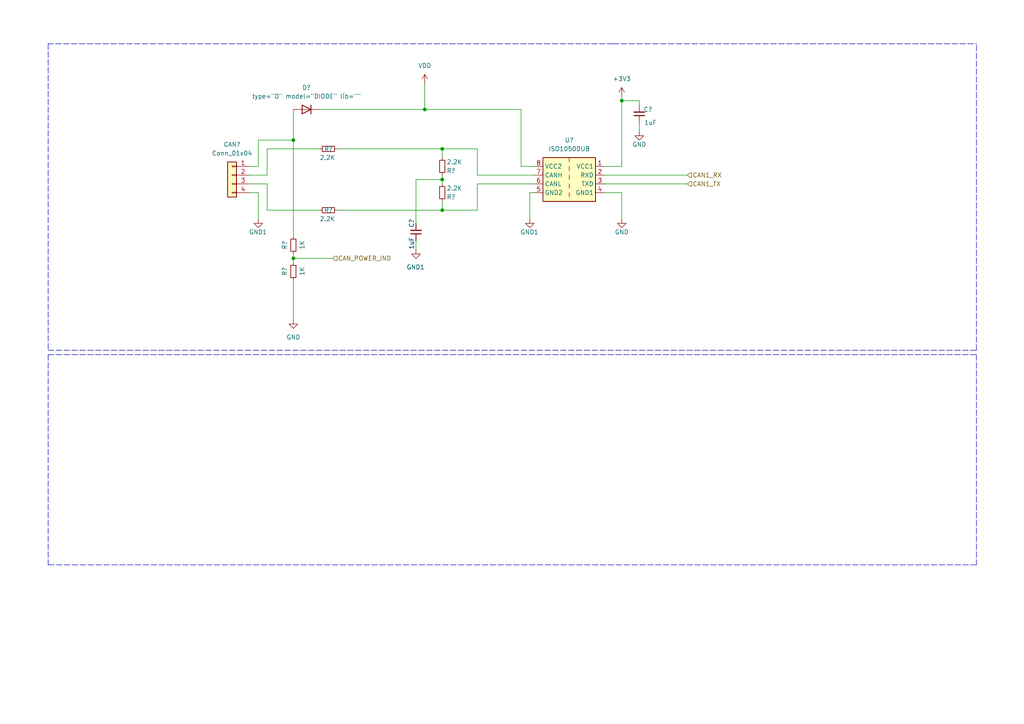
<source format=kicad_sch>
(kicad_sch (version 20211123) (generator eeschema)
  (paper "A4")
  (lib_symbols
    (symbol "Connector_Generic:Conn_01x04" (pin_names (offset 1.016) hide)
      (property "Reference" "J" (at 0 5.08 0))
      (property "Value" "Conn_01x04" (at 0 -7.62 0))
      (symbol "Conn_01x04_1_1"
        (rectangle (start -1.27 -4.953) (end 0 -5.207) (stroke (width 0.1524)))
        (rectangle (start -1.27 -2.413) (end 0 -2.667) (stroke (width 0.1524)))
        (rectangle (start -1.27 0.127) (end 0 -0.127) (stroke (width 0.1524)))
        (rectangle (start -1.27 2.667) (end 0 2.413) (stroke (width 0.1524)))
        (rectangle (start -1.27 3.81) (end 1.27 -6.35) (stroke (width 0.254)) (fill (type background)))
        (pin passive line (at -5.08 2.54 0) (length 3.81) (name "Pin_1") (number "1"))
        (pin passive line (at -5.08 0 0) (length 3.81) (name "Pin_2") (number "2"))
        (pin passive line (at -5.08 -2.54 0) (length 3.81) (name "Pin_3") (number "3"))
        (pin passive line (at -5.08 -5.08 0) (length 3.81) (name "Pin_4") (number "4"))
      )
    )
    (symbol "Device:C_Small" (pin_numbers hide) (pin_names (offset 0.254) hide)
      (property "Reference" "C" (at 0.254 1.778 0))
      (property "Value" "C_Small" (at 0.254 -2.032 0))
      (symbol "C_Small_0_1"
        (polyline (pts (xy -1.524 -0.508) (xy 1.524 -0.508)) (stroke (width 0.3302)))
        (polyline (pts (xy -1.524 0.508) (xy 1.524 0.508)) (stroke (width 0.3048)))
      )
      (symbol "C_Small_1_1"
        (pin passive line (at 0 2.54 270) (length 2.032) (name "~") (number "1"))
        (pin passive line (at 0 -2.54 90) (length 2.032) (name "~") (number "2"))
      )
    )
    (symbol "Device:R_Small" (pin_numbers hide) (pin_names (offset 0.254) hide)
      (property "Reference" "R" (at 0.762 0.508 0))
      (property "Value" "R_Small" (at 0.762 -1.016 0))
      (symbol "R_Small_0_1"
        (rectangle (start -0.762 1.778) (end 0.762 -1.778) (stroke (width 0.2032)))
      )
      (symbol "R_Small_1_1"
        (pin passive line (at 0 2.54 270) (length 0.762) (name "~") (number "1"))
        (pin passive line (at 0 -2.54 90) (length 0.762) (name "~") (number "2"))
      )
    )
    (symbol "Interface_CAN_LIN:ISO1050DUB"
      (property "Reference" "U" (at -6.35 6.35 0))
      (property "Value" "ISO1050DUB" (at 2.54 6.35 0))
      (symbol "ISO1050DUB_0_1"
        (rectangle (start -7.62 5.08) (end 7.62 -7.62) (stroke (width 0.254)) (fill (type background)))
        (polyline (pts (xy 0 -5.08) (xy 0 -6.35)))
        (polyline (pts (xy 0 -2.54) (xy 0 -3.81)))
        (polyline (pts (xy 0 0) (xy 0 -1.27)))
        (polyline (pts (xy 0 2.54) (xy 0 1.27)))
        (polyline (pts (xy 0 5.08) (xy 0 3.81)))
      )
      (symbol "ISO1050DUB_1_1"
        (pin power_in line (at -10.16 2.54 0) (length 2.54) (name "VCC1") (number "1"))
        (pin output line (at -10.16 0 0) (length 2.54) (name "RXD") (number "2"))
        (pin input line (at -10.16 -2.54 0) (length 2.54) (name "TXD") (number "3"))
        (pin power_in line (at -10.16 -5.08 0) (length 2.54) (name "GND1") (number "4"))
        (pin power_in line (at 10.16 -5.08 180) (length 2.54) (name "GND2") (number "5"))
        (pin bidirectional line (at 10.16 -2.54 180) (length 2.54) (name "CANL") (number "6"))
        (pin bidirectional line (at 10.16 0 180) (length 2.54) (name "CANH") (number "7"))
        (pin power_in line (at 10.16 2.54 180) (length 2.54) (name "VCC2") (number "8"))
      )
    )
    (symbol "Simulation_SPICE:DIODE" (pin_numbers hide) (pin_names (offset 1.016) hide)
      (property "Reference" "D" (at 0 2.54 0))
      (property "Value" "DIODE" (at 0 -2.54 0))
      (symbol "DIODE_0_1"
        (polyline (pts (xy 1.27 0) (xy -1.27 0)))
        (polyline (pts (xy 1.27 1.27) (xy 1.27 -1.27)) (stroke (width 0.254)))
        (polyline (pts (xy -1.27 -1.27) (xy -1.27 1.27) (xy 1.27 0) (xy -1.27 -1.27)) (stroke (width 0.254)))
      )
      (symbol "DIODE_1_1"
        (pin passive line (at -3.81 0 0) (length 2.54) (name "A") (number "1"))
        (pin passive line (at 3.81 0 180) (length 2.54) (name "K") (number "2"))
      )
    )
    (symbol "power:+3V3" (power) (pin_names (offset 0))
      (property "Value" "+3V3" (at 0 3.556 0))
      (symbol "+3V3_0_1"
        (polyline (pts (xy -0.762 1.27) (xy 0 2.54)))
        (polyline (pts (xy 0 0) (xy 0 2.54)))
        (polyline (pts (xy 0 2.54) (xy 0.762 1.27)))
      )
      (symbol "+3V3_1_1"
        (pin power_in line (at 0 0 90) (length 0) hide (name "+3V3") (number "1"))
      )
    )
    (symbol "power:GND" (power) (pin_names (offset 0))
      (property "Value" "GND" (at 0 -3.81 0))
      (symbol "GND_0_1"
        (polyline (pts (xy 0 0) (xy 0 -1.27) (xy 1.27 -1.27) (xy 0 -2.54) (xy -1.27 -1.27) (xy 0 -1.27)))
      )
      (symbol "GND_1_1"
        (pin power_in line (at 0 0 270) (length 0) hide (name "GND") (number "1"))
      )
    )
    (symbol "power:GND1" (power) (pin_names (offset 0))
      (property "Value" "GND1" (at 0 -3.81 0))
      (symbol "GND1_0_1"
        (polyline (pts (xy 0 0) (xy 0 -1.27) (xy 1.27 -1.27) (xy 0 -2.54) (xy -1.27 -1.27) (xy 0 -1.27)))
      )
      (symbol "GND1_1_1"
        (pin power_in line (at 0 0 270) (length 0) hide (name "GND1") (number "1"))
      )
    )
    (symbol "power:VDD" (power) (pin_names (offset 0))
      (property "Value" "VDD" (at 0 3.81 0))
      (symbol "VDD_0_1"
        (polyline (pts (xy -0.762 1.27) (xy 0 2.54)))
        (polyline (pts (xy 0 0) (xy 0 2.54)))
        (polyline (pts (xy 0 2.54) (xy 0.762 1.27)))
      )
      (symbol "VDD_1_1"
        (pin power_in line (at 0 0 90) (length 0) hide (name "VDD") (number "1"))
      )
    )
  )
  (junction (at 85.09 40.64))
  (junction (at 123.19 31.75))
  (junction (at 128.27 52.07))
  (junction (at 128.27 43.18))
  (junction (at 85.09 74.93))
  (junction (at 128.27 60.96))
  (junction (at 180.34 29.21))
  (wire (pts (xy 154.94 48.26) (xy 151.13 48.26)))
  (wire (pts (xy 72.39 55.88) (xy 74.93 55.88)))
  (wire (pts (xy 120.65 72.39) (xy 120.65 69.85)))
  (wire (pts (xy 85.09 81.28) (xy 85.09 92.71)))
  (wire (pts (xy 185.42 35.56) (xy 185.42 38.1)))
  (wire (pts (xy 128.27 60.96) (xy 97.79 60.96)))
  (wire (pts (xy 77.47 50.8) (xy 72.39 50.8)))
  (wire (pts (xy 74.93 40.64) (xy 74.93 48.26)))
  (polyline (pts (xy 13.97 101.6) (xy 283.21 101.6)))
  (wire (pts (xy 175.26 53.34) (xy 199.39 53.34)))
  (wire (pts (xy 138.43 43.18) (xy 128.27 43.18)))
  (wire (pts (xy 123.19 31.75) (xy 151.13 31.75)))
  (wire (pts (xy 77.47 43.18) (xy 77.47 50.8)))
  (wire (pts (xy 74.93 55.88) (xy 74.93 63.5)))
  (wire (pts (xy 74.93 40.64) (xy 85.09 40.64)))
  (polyline (pts (xy 177.8 12.7) (xy 283.21 12.7)))
  (wire (pts (xy 128.27 50.8) (xy 128.27 52.07)))
  (wire (pts (xy 138.43 50.8) (xy 138.43 43.18)))
  (wire (pts (xy 153.67 63.5) (xy 153.67 55.88)))
  (wire (pts (xy 128.27 58.42) (xy 128.27 60.96)))
  (wire (pts (xy 128.27 52.07) (xy 128.27 53.34)))
  (wire (pts (xy 180.34 29.21) (xy 180.34 27.94)))
  (wire (pts (xy 180.34 55.88) (xy 180.34 63.5)))
  (wire (pts (xy 77.47 60.96) (xy 92.71 60.96)))
  (wire (pts (xy 185.42 29.21) (xy 180.34 29.21)))
  (wire (pts (xy 85.09 40.64) (xy 85.09 68.58)))
  (polyline (pts (xy 13.97 12.7) (xy 13.97 101.6)))
  (wire (pts (xy 123.19 31.75) (xy 123.19 24.13)))
  (wire (pts (xy 120.65 52.07) (xy 128.27 52.07)))
  (wire (pts (xy 154.94 53.34) (xy 138.43 53.34)))
  (wire (pts (xy 138.43 60.96) (xy 128.27 60.96)))
  (wire (pts (xy 120.65 52.07) (xy 120.65 64.77)))
  (wire (pts (xy 153.67 55.88) (xy 154.94 55.88)))
  (polyline (pts (xy 13.97 102.87) (xy 283.21 102.87)))
  (wire (pts (xy 85.09 73.66) (xy 85.09 74.93)))
  (wire (pts (xy 72.39 53.34) (xy 77.47 53.34)))
  (wire (pts (xy 128.27 45.72) (xy 128.27 43.18)))
  (wire (pts (xy 154.94 50.8) (xy 138.43 50.8)))
  (wire (pts (xy 128.27 43.18) (xy 97.79 43.18)))
  (polyline (pts (xy 283.21 102.87) (xy 283.21 163.83)))
  (wire (pts (xy 180.34 48.26) (xy 180.34 29.21)))
  (wire (pts (xy 138.43 53.34) (xy 138.43 60.96)))
  (wire (pts (xy 74.93 48.26) (xy 72.39 48.26)))
  (wire (pts (xy 85.09 74.93) (xy 85.09 76.2)))
  (wire (pts (xy 85.09 31.75) (xy 85.09 40.64)))
  (wire (pts (xy 92.71 43.18) (xy 77.47 43.18)))
  (wire (pts (xy 85.09 74.93) (xy 96.52 74.93)))
  (wire (pts (xy 175.26 55.88) (xy 180.34 55.88)))
  (polyline (pts (xy 283.21 101.6) (xy 283.21 12.7)))
  (polyline (pts (xy 283.21 163.83) (xy 13.97 163.83)))
  (wire (pts (xy 151.13 31.75) (xy 151.13 48.26)))
  (wire (pts (xy 175.26 50.8) (xy 199.39 50.8)))
  (wire (pts (xy 92.71 31.75) (xy 123.19 31.75)))
  (polyline (pts (xy 13.97 102.87) (xy 13.97 163.83)))
  (wire (pts (xy 185.42 30.48) (xy 185.42 29.21)))
  (wire (pts (xy 175.26 48.26) (xy 180.34 48.26)))
  (wire (pts (xy 77.47 53.34) (xy 77.47 60.96)))
  (polyline (pts (xy 177.8 12.7) (xy 13.97 12.7)))
  (hierarchical_label "CAN1_TX" (shape input) (at 199.39 53.34 0))
  (hierarchical_label "CAN1_RX" (shape input) (at 199.39 50.8 0))
  (hierarchical_label "CAN_POWER_IND" (shape input) (at 96.52 74.93 0))
  (symbol (lib_id "power:+3V3") (at 180.34 27.94 0) (unit 1)
    (property "Reference" "#PWR?" (effects hide))
    (property "Value" "+3V3" (at 180.34 22.86 0))
  )
  (symbol (lib_id "power:GND") (at 180.34 63.5 0) (unit 1)
    (property "Reference" "#PWR?" (effects hide))
    (property "Value" "GND" (at 180.34 67.31 0))
  )
  (symbol (lib_id "Connector_Generic:Conn_01x04") (at 67.31 50.8 0) (mirror y) (unit 1)
    (property "Reference" "CAN?" (at 67.31 41.91 0))
    (property "Value" "Conn_01x04" (at 67.31 44.45 0))
    (property "Footprint" "Connector_JST:JST_PH_S4B-PH-SM4-TB_1x04-1MP_P2.00mm_Horizontal" (effects hide))
  )
  (symbol (lib_id "Device:R_Small") (at 85.09 78.74 0) (mirror x) (unit 1)
    (property "Reference" "R?" (at 82.55 80.01 90) (effects (justify right)))
    (property "Value" "1K" (at 87.63 80.01 90) (effects (justify right)))
    (property "Footprint" "Resistor_SMD:R_0402_1005Metric_Pad0.72x0.64mm_HandSolder" (effects hide))
  )
  (symbol (lib_id "power:GND1") (at 153.67 63.5 0) (unit 1)
    (property "Reference" "#PWR?" (effects hide))
    (property "Value" "GND1" (at 156.21 67.31 0) (effects (justify right)))
  )
  (symbol (lib_id "Simulation_SPICE:DIODE") (at 88.9 31.75 0) (unit 1)
    (property "Reference" "D?" (at 88.9 25.4 0))
    (property "Value" "DIODE" (at 88.9 27.94 0))
    (property "Spice_Netlist_Enabled" "Y" (effects hide))
    (property "Spice_Primitive" "D" (effects hide))
  )
  (symbol (lib_id "Device:C_Small") (at 185.42 33.02 0) (mirror x) (unit 1)
    (property "Reference" "C?" (at 189.23 31.75 0) (effects (justify right)))
    (property "Value" "1uF" (at 190.5 35.56 0) (effects (justify right)))
    (property "Footprint" "Capacitor_SMD:C_0402_1005Metric_Pad0.74x0.62mm_HandSolder" (effects hide))
  )
  (symbol (lib_id "Device:C_Small") (at 120.65 67.31 0) (mirror x) (unit 1)
    (property "Reference" "C?" (at 119.38 66.04 90) (effects (justify right)))
    (property "Value" "1uF" (at 119.38 72.39 90) (effects (justify right)))
    (property "Footprint" "Capacitor_SMD:C_0402_1005Metric_Pad0.74x0.62mm_HandSolder" (effects hide))
  )
  (symbol (lib_id "Device:R_Small") (at 95.25 60.96 90) (mirror x) (unit 1)
    (property "Reference" "R?" (at 93.98 60.96 90) (effects (justify right)))
    (property "Value" "2.2K" (at 92.71 63.5 90) (effects (justify right)))
    (property "Footprint" "Resistor_SMD:R_0402_1005Metric_Pad0.72x0.64mm_HandSolder" (effects hide))
  )
  (symbol (lib_id "Interface_CAN_LIN:ISO1050DUB") (at 165.1 50.8 0) (mirror y) (unit 1)
    (property "Reference" "U?" (at 165.1 40.64 0))
    (property "Value" "ISO1050DUB" (at 165.1 43.18 0))
    (property "Footprint" "Package_SO:SOP-8_6.62x9.15mm_P2.54mm" (effects hide))
    (property "Datasheet" "http://www.ti.com/lit/ds/symlink/iso1050.pdf" (effects hide))
  )
  (symbol (lib_id "Device:R_Small") (at 85.09 71.12 0) (mirror x) (unit 1)
    (property "Reference" "R?" (at 82.55 72.39 90) (effects (justify right)))
    (property "Value" "1K" (at 87.63 72.39 90) (effects (justify right)))
    (property "Footprint" "Resistor_SMD:R_0402_1005Metric_Pad0.72x0.64mm_HandSolder" (effects hide))
  )
  (symbol (lib_id "power:GND1") (at 74.93 63.5 0) (unit 1)
    (property "Reference" "#PWR?" (effects hide))
    (property "Value" "GND1" (at 77.47 67.31 0) (effects (justify right)))
  )
  (symbol (lib_id "power:VDD") (at 123.19 24.13 0) (unit 1)
    (property "Reference" "#PWR?" (effects hide))
    (property "Value" "VDD" (at 123.19 19.05 0))
  )
  (symbol (lib_id "power:GND") (at 185.42 38.1 0) (unit 1)
    (property "Reference" "#PWR?" (effects hide))
    (property "Value" "GND" (at 185.42 41.91 0))
  )
  (symbol (lib_id "Device:R_Small") (at 95.25 43.18 90) (mirror x) (unit 1)
    (property "Reference" "R?" (at 93.98 43.18 90) (effects (justify right)))
    (property "Value" "2.2K" (at 92.71 45.72 90) (effects (justify right)))
    (property "Footprint" "Resistor_SMD:R_0402_1005Metric_Pad0.72x0.64mm_HandSolder" (effects hide))
  )
  (symbol (lib_id "power:GND1") (at 120.65 72.39 0) (unit 1)
    (property "Reference" "#PWR?" (effects hide))
    (property "Value" "GND1" (at 123.19 77.47 0) (effects (justify right)))
  )
  (symbol (lib_id "power:GND") (at 85.09 92.71 0) (unit 1)
    (property "Reference" "#PWR?" (effects hide))
    (property "Value" "GND" (at 85.09 97.79 0))
  )
  (symbol (lib_id "Device:R_Small") (at 128.27 55.88 0) (mirror y) (unit 1)
    (property "Reference" "R?" (at 129.54 57.15 0) (effects (justify right)))
    (property "Value" "2.2K" (at 129.54 54.61 0) (effects (justify right)))
    (property "Footprint" "Resistor_SMD:R_0402_1005Metric_Pad0.72x0.64mm_HandSolder" (effects hide))
  )
  (symbol (lib_id "Device:R_Small") (at 128.27 48.26 0) (mirror y) (unit 1)
    (property "Reference" "R?" (at 129.54 49.53 0) (effects (justify right)))
    (property "Value" "2.2K" (at 129.54 46.99 0) (effects (justify right)))
    (property "Footprint" "Resistor_SMD:R_0402_1005Metric_Pad0.72x0.64mm_HandSolder" (effects hide))
  )
)
</source>
